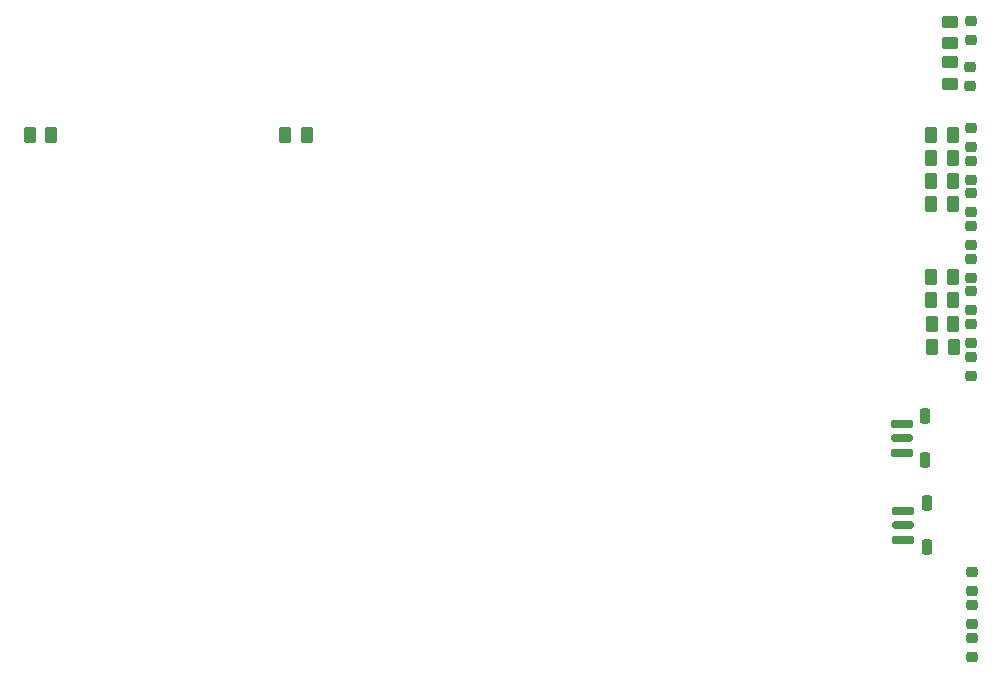
<source format=gbr>
%TF.GenerationSoftware,KiCad,Pcbnew,7.0.8-7.0.8~ubuntu23.04.1*%
%TF.CreationDate,2023-11-18T23:32:40+00:00*%
%TF.ProjectId,BATDATUNIT01,42415444-4154-4554-9e49-5430312e6b69,01A*%
%TF.SameCoordinates,Original*%
%TF.FileFunction,Paste,Top*%
%TF.FilePolarity,Positive*%
%FSLAX46Y46*%
G04 Gerber Fmt 4.6, Leading zero omitted, Abs format (unit mm)*
G04 Created by KiCad (PCBNEW 7.0.8-7.0.8~ubuntu23.04.1) date 2023-11-18 23:32:40*
%MOMM*%
%LPD*%
G01*
G04 APERTURE LIST*
G04 Aperture macros list*
%AMRoundRect*
0 Rectangle with rounded corners*
0 $1 Rounding radius*
0 $2 $3 $4 $5 $6 $7 $8 $9 X,Y pos of 4 corners*
0 Add a 4 corners polygon primitive as box body*
4,1,4,$2,$3,$4,$5,$6,$7,$8,$9,$2,$3,0*
0 Add four circle primitives for the rounded corners*
1,1,$1+$1,$2,$3*
1,1,$1+$1,$4,$5*
1,1,$1+$1,$6,$7*
1,1,$1+$1,$8,$9*
0 Add four rect primitives between the rounded corners*
20,1,$1+$1,$2,$3,$4,$5,0*
20,1,$1+$1,$4,$5,$6,$7,0*
20,1,$1+$1,$6,$7,$8,$9,0*
20,1,$1+$1,$8,$9,$2,$3,0*%
G04 Aperture macros list end*
%ADD10RoundRect,0.250000X0.450000X-0.262500X0.450000X0.262500X-0.450000X0.262500X-0.450000X-0.262500X0*%
%ADD11RoundRect,0.250000X0.262500X0.450000X-0.262500X0.450000X-0.262500X-0.450000X0.262500X-0.450000X0*%
%ADD12RoundRect,0.250000X-0.250000X0.200000X-0.250000X-0.200000X0.250000X-0.200000X0.250000X0.200000X0*%
%ADD13RoundRect,0.250000X-0.262500X-0.450000X0.262500X-0.450000X0.262500X0.450000X-0.262500X0.450000X0*%
%ADD14RoundRect,0.187500X0.712500X-0.187500X0.712500X0.187500X-0.712500X0.187500X-0.712500X-0.187500X0*%
%ADD15RoundRect,0.150000X0.750000X-0.150000X0.750000X0.150000X-0.750000X0.150000X-0.750000X-0.150000X0*%
%ADD16RoundRect,0.225000X0.225000X-0.425000X0.225000X0.425000X-0.225000X0.425000X-0.225000X-0.425000X0*%
%ADD17RoundRect,0.250000X-0.450000X0.262500X-0.450000X-0.262500X0.450000X-0.262500X0.450000X0.262500X0*%
G04 APERTURE END LIST*
D10*
%TO.C,R14*%
X132886000Y65551000D03*
X132886000Y67376000D03*
%TD*%
D11*
%TO.C,R58*%
X133111000Y57320388D03*
X131286000Y57320388D03*
%TD*%
%TO.C,R54*%
X133148500Y45245388D03*
X131323500Y45245388D03*
%TD*%
%TO.C,R60*%
X133111000Y61245388D03*
X131286000Y61245388D03*
%TD*%
D12*
%TO.C,D2*%
X134661000Y70826000D03*
X134661000Y69226000D03*
%TD*%
D13*
%TO.C,TH2*%
X76573500Y61226000D03*
X78398500Y61226000D03*
%TD*%
D14*
%TO.C,SW4*%
X128836000Y34301000D03*
X128836000Y36751000D03*
D15*
X128836000Y35526000D03*
D16*
X130786000Y33676000D03*
X130786000Y37376000D03*
%TD*%
D11*
%TO.C,TH1*%
X56798500Y61226000D03*
X54973500Y61226000D03*
%TD*%
%TO.C,R56*%
X133098500Y49145388D03*
X131273500Y49145388D03*
%TD*%
D12*
%TO.C,D4*%
X134711000Y18651000D03*
X134711000Y17051000D03*
%TD*%
%TO.C,D11*%
X134611000Y50728041D03*
X134611000Y49128041D03*
%TD*%
%TO.C,D15*%
X134611000Y61797430D03*
X134611000Y60197430D03*
%TD*%
D17*
%TO.C,R18*%
X132886000Y70813500D03*
X132886000Y68988500D03*
%TD*%
D12*
%TO.C,D1*%
X134561000Y66926000D03*
X134561000Y65326000D03*
%TD*%
%TO.C,D3*%
X134711000Y24201000D03*
X134711000Y22601000D03*
%TD*%
%TO.C,D13*%
X134611000Y56262735D03*
X134611000Y54662735D03*
%TD*%
D11*
%TO.C,R53*%
X133173500Y43295388D03*
X131348500Y43295388D03*
%TD*%
%TO.C,R59*%
X133111000Y59295388D03*
X131286000Y59295388D03*
%TD*%
D12*
%TO.C,D14*%
X134611000Y59030082D03*
X134611000Y57430082D03*
%TD*%
%TO.C,D8*%
X134611000Y42426000D03*
X134611000Y40826000D03*
%TD*%
%TO.C,D12*%
X134611000Y53495388D03*
X134611000Y51895388D03*
%TD*%
%TO.C,D10*%
X134611000Y47960694D03*
X134611000Y46360694D03*
%TD*%
D11*
%TO.C,R55*%
X133123500Y47195388D03*
X131298500Y47195388D03*
%TD*%
D12*
%TO.C,D5*%
X134711000Y21426000D03*
X134711000Y19826000D03*
%TD*%
D11*
%TO.C,R57*%
X133098500Y55395388D03*
X131273500Y55395388D03*
%TD*%
D14*
%TO.C,SW1*%
X128936000Y26951000D03*
X128936000Y29401000D03*
D15*
X128936000Y28176000D03*
D16*
X130886000Y26326000D03*
X130886000Y30026000D03*
%TD*%
D12*
%TO.C,D9*%
X134611000Y45193347D03*
X134611000Y43593347D03*
%TD*%
M02*

</source>
